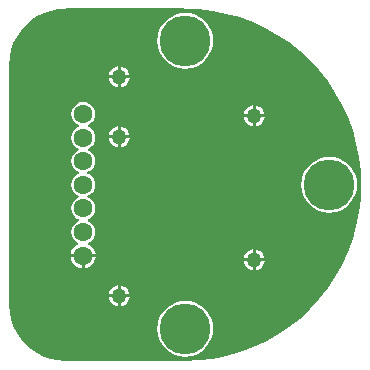
<source format=gbl>
G04 Layer_Physical_Order=2*
G04 Layer_Color=16711680*
%FSAX24Y24*%
%MOIN*%
G70*
G01*
G75*
%ADD14C,0.0630*%
%ADD15C,0.1693*%
%ADD16C,0.0500*%
G36*
X054950Y025879D02*
X055000Y025869D01*
Y025869D01*
X055002Y025871D01*
X055461Y025853D01*
X055918Y025799D01*
X056371Y025709D01*
X056814Y025583D01*
X057247Y025424D01*
X057665Y025231D01*
X058067Y025006D01*
X058451Y024750D01*
X058813Y024464D01*
X059151Y024151D01*
X059464Y023813D01*
X059750Y023451D01*
X060006Y023067D01*
X060231Y022665D01*
X060424Y022247D01*
X060583Y021814D01*
X060709Y021371D01*
X060799Y020918D01*
X060853Y020461D01*
X060871Y020000D01*
X060853Y019539D01*
X060799Y019082D01*
X060709Y018629D01*
X060583Y018186D01*
X060424Y017753D01*
X060231Y017335D01*
X060006Y016933D01*
X059750Y016549D01*
X059464Y016187D01*
X059151Y015849D01*
X058813Y015536D01*
X058451Y015250D01*
X058067Y014994D01*
X057665Y014769D01*
X057247Y014576D01*
X056814Y014417D01*
X056371Y014291D01*
X055918Y014201D01*
X055461Y014147D01*
X055002Y014129D01*
X055000Y014131D01*
Y014131D01*
X054950Y014121D01*
X054949Y014120D01*
X051052D01*
X051050Y014121D01*
X051000Y014131D01*
Y014131D01*
X050998Y014130D01*
X050756Y014146D01*
X050516Y014193D01*
X050284Y014272D01*
X050065Y014380D01*
X049861Y014516D01*
X049678Y014678D01*
X049516Y014861D01*
X049380Y015065D01*
X049272Y015284D01*
X049193Y015516D01*
X049146Y015756D01*
X049130Y015998D01*
X049131Y016000D01*
X049131D01*
X049121Y016050D01*
X049120Y016051D01*
Y023949D01*
X049121Y023950D01*
X049131Y024000D01*
X049131D01*
X049130Y024002D01*
X049146Y024244D01*
X049193Y024484D01*
X049272Y024716D01*
X049380Y024935D01*
X049516Y025139D01*
X049678Y025322D01*
X049861Y025484D01*
X050065Y025620D01*
X050284Y025728D01*
X050516Y025807D01*
X050756Y025854D01*
X050998Y025870D01*
X051000Y025869D01*
Y025869D01*
X051050Y025879D01*
X051052Y025880D01*
X054949D01*
X054950Y025879D01*
D02*
G37*
%LPC*%
G36*
X057250Y017846D02*
X057209Y017841D01*
X057123Y017806D01*
X057050Y017750D01*
X056994Y017677D01*
X056959Y017591D01*
X056954Y017550D01*
X057250D01*
Y017846D01*
D02*
G37*
G36*
X052012Y017585D02*
X051650D01*
Y017223D01*
X051708Y017231D01*
X051809Y017273D01*
X051896Y017339D01*
X051962Y017426D01*
X052004Y017527D01*
X052012Y017585D01*
D02*
G37*
G36*
X051550D02*
X051188D01*
X051196Y017527D01*
X051238Y017426D01*
X051304Y017339D01*
X051391Y017273D01*
X051492Y017231D01*
X051550Y017223D01*
Y017585D01*
D02*
G37*
G36*
X059800Y020930D02*
X059619Y020912D01*
X059444Y020859D01*
X059283Y020773D01*
X059143Y020657D01*
X059027Y020517D01*
X058941Y020356D01*
X058888Y020181D01*
X058870Y020000D01*
X058888Y019819D01*
X058941Y019644D01*
X059027Y019483D01*
X059143Y019343D01*
X059283Y019227D01*
X059444Y019141D01*
X059619Y019088D01*
X059800Y019070D01*
X059981Y019088D01*
X060156Y019141D01*
X060317Y019227D01*
X060457Y019343D01*
X060573Y019483D01*
X060659Y019644D01*
X060712Y019819D01*
X060730Y020000D01*
X060712Y020181D01*
X060659Y020356D01*
X060573Y020517D01*
X060457Y020657D01*
X060317Y020773D01*
X060156Y020859D01*
X059981Y020912D01*
X059800Y020930D01*
D02*
G37*
G36*
X051600Y022757D02*
X051497Y022743D01*
X051401Y022704D01*
X051319Y022640D01*
X051256Y022558D01*
X051216Y022462D01*
X051203Y022360D01*
X051216Y022257D01*
X051256Y022161D01*
X051319Y022079D01*
X051401Y022016D01*
X051456Y021993D01*
Y021939D01*
X051401Y021916D01*
X051319Y021853D01*
X051256Y021771D01*
X051216Y021675D01*
X051203Y021572D01*
X051216Y021469D01*
X051256Y021374D01*
X051319Y021291D01*
X051401Y021228D01*
X051450Y021208D01*
Y021154D01*
X051401Y021134D01*
X051319Y021071D01*
X051256Y020989D01*
X051216Y020893D01*
X051203Y020790D01*
X051216Y020687D01*
X051256Y020591D01*
X051319Y020509D01*
X051401Y020446D01*
X051459Y020422D01*
Y020368D01*
X051401Y020344D01*
X051319Y020281D01*
X051256Y020199D01*
X051216Y020103D01*
X051203Y020000D01*
X051216Y019897D01*
X051256Y019801D01*
X051319Y019719D01*
X051401Y019656D01*
X051459Y019632D01*
Y019578D01*
X051401Y019554D01*
X051319Y019491D01*
X051256Y019409D01*
X051216Y019313D01*
X051203Y019210D01*
X051216Y019107D01*
X051256Y019011D01*
X051319Y018929D01*
X051401Y018866D01*
X051456Y018843D01*
Y018789D01*
X051401Y018767D01*
X051319Y018703D01*
X051256Y018621D01*
X051216Y018525D01*
X051203Y018423D01*
X051216Y018320D01*
X051256Y018224D01*
X051319Y018142D01*
X051401Y018079D01*
X051428Y018067D01*
Y018013D01*
X051391Y017998D01*
X051304Y017931D01*
X051238Y017844D01*
X051196Y017744D01*
X051188Y017685D01*
X051600D01*
X052012D01*
X052004Y017744D01*
X051962Y017844D01*
X051896Y017931D01*
X051809Y017998D01*
X051772Y018013D01*
Y018067D01*
X051799Y018079D01*
X051881Y018142D01*
X051944Y018224D01*
X051984Y018320D01*
X051997Y018423D01*
X051984Y018525D01*
X051944Y018621D01*
X051881Y018703D01*
X051799Y018767D01*
X051744Y018789D01*
Y018843D01*
X051799Y018866D01*
X051881Y018929D01*
X051944Y019011D01*
X051984Y019107D01*
X051997Y019210D01*
X051984Y019313D01*
X051944Y019409D01*
X051881Y019491D01*
X051799Y019554D01*
X051741Y019578D01*
Y019632D01*
X051799Y019656D01*
X051881Y019719D01*
X051944Y019801D01*
X051984Y019897D01*
X051997Y020000D01*
X051984Y020103D01*
X051944Y020199D01*
X051881Y020281D01*
X051799Y020344D01*
X051741Y020368D01*
Y020422D01*
X051799Y020446D01*
X051881Y020509D01*
X051944Y020591D01*
X051984Y020687D01*
X051997Y020790D01*
X051984Y020893D01*
X051944Y020989D01*
X051881Y021071D01*
X051799Y021134D01*
X051750Y021154D01*
Y021208D01*
X051799Y021228D01*
X051881Y021291D01*
X051944Y021374D01*
X051984Y021469D01*
X051997Y021572D01*
X051984Y021675D01*
X051944Y021771D01*
X051881Y021853D01*
X051799Y021916D01*
X051744Y021939D01*
Y021993D01*
X051799Y022016D01*
X051881Y022079D01*
X051944Y022161D01*
X051984Y022257D01*
X051997Y022360D01*
X051984Y022462D01*
X051944Y022558D01*
X051881Y022640D01*
X051799Y022704D01*
X051703Y022743D01*
X051600Y022757D01*
D02*
G37*
G36*
X057350Y017846D02*
Y017550D01*
X057646D01*
X057641Y017591D01*
X057606Y017677D01*
X057550Y017750D01*
X057477Y017806D01*
X057391Y017841D01*
X057350Y017846D01*
D02*
G37*
G36*
X057646Y017450D02*
X057350D01*
Y017154D01*
X057391Y017159D01*
X057477Y017194D01*
X057550Y017250D01*
X057606Y017323D01*
X057641Y017409D01*
X057646Y017450D01*
D02*
G37*
G36*
X053146Y016250D02*
X052850D01*
Y015954D01*
X052891Y015959D01*
X052977Y015994D01*
X053050Y016050D01*
X053106Y016123D01*
X053141Y016209D01*
X053146Y016250D01*
D02*
G37*
G36*
X052750D02*
X052454D01*
X052459Y016209D01*
X052494Y016123D01*
X052550Y016050D01*
X052623Y015994D01*
X052709Y015959D01*
X052750Y015954D01*
Y016250D01*
D02*
G37*
G36*
X055000Y016130D02*
X054819Y016112D01*
X054644Y016059D01*
X054483Y015973D01*
X054343Y015857D01*
X054227Y015717D01*
X054141Y015556D01*
X054088Y015381D01*
X054070Y015200D01*
X054088Y015019D01*
X054141Y014844D01*
X054227Y014684D01*
X054343Y014543D01*
X054483Y014427D01*
X054644Y014341D01*
X054819Y014288D01*
X055000Y014270D01*
X055181Y014288D01*
X055356Y014341D01*
X055517Y014427D01*
X055657Y014543D01*
X055773Y014684D01*
X055859Y014844D01*
X055912Y015019D01*
X055930Y015200D01*
X055912Y015381D01*
X055859Y015556D01*
X055773Y015717D01*
X055657Y015857D01*
X055517Y015973D01*
X055356Y016059D01*
X055181Y016112D01*
X055000Y016130D01*
D02*
G37*
G36*
X057250Y017450D02*
X056954D01*
X056959Y017409D01*
X056994Y017323D01*
X057050Y017250D01*
X057123Y017194D01*
X057209Y017159D01*
X057250Y017154D01*
Y017450D01*
D02*
G37*
G36*
X052850Y016646D02*
Y016350D01*
X053146D01*
X053141Y016391D01*
X053106Y016477D01*
X053050Y016550D01*
X052977Y016606D01*
X052891Y016641D01*
X052850Y016646D01*
D02*
G37*
G36*
X052750D02*
X052709Y016641D01*
X052623Y016606D01*
X052550Y016550D01*
X052494Y016477D01*
X052459Y016391D01*
X052454Y016350D01*
X052750D01*
Y016646D01*
D02*
G37*
G36*
X053146Y023550D02*
X052850D01*
Y023254D01*
X052891Y023259D01*
X052977Y023294D01*
X053050Y023350D01*
X053106Y023423D01*
X053141Y023509D01*
X053146Y023550D01*
D02*
G37*
G36*
X052750D02*
X052454D01*
X052459Y023509D01*
X052494Y023423D01*
X052550Y023350D01*
X052623Y023294D01*
X052709Y023259D01*
X052750Y023254D01*
Y023550D01*
D02*
G37*
G36*
X057350Y022646D02*
Y022350D01*
X057646D01*
X057641Y022391D01*
X057606Y022477D01*
X057550Y022550D01*
X057477Y022606D01*
X057391Y022641D01*
X057350Y022646D01*
D02*
G37*
G36*
X055000Y025730D02*
X054819Y025712D01*
X054644Y025659D01*
X054483Y025573D01*
X054343Y025457D01*
X054227Y025317D01*
X054141Y025156D01*
X054088Y024981D01*
X054070Y024800D01*
X054088Y024619D01*
X054141Y024444D01*
X054227Y024283D01*
X054343Y024143D01*
X054483Y024027D01*
X054644Y023941D01*
X054819Y023888D01*
X055000Y023870D01*
X055181Y023888D01*
X055356Y023941D01*
X055517Y024027D01*
X055657Y024143D01*
X055773Y024283D01*
X055859Y024444D01*
X055912Y024619D01*
X055930Y024800D01*
X055912Y024981D01*
X055859Y025156D01*
X055773Y025317D01*
X055657Y025457D01*
X055517Y025573D01*
X055356Y025659D01*
X055181Y025712D01*
X055000Y025730D01*
D02*
G37*
G36*
X052850Y023946D02*
Y023650D01*
X053146D01*
X053141Y023691D01*
X053106Y023777D01*
X053050Y023850D01*
X052977Y023906D01*
X052891Y023941D01*
X052850Y023946D01*
D02*
G37*
G36*
X052750D02*
X052709Y023941D01*
X052623Y023906D01*
X052550Y023850D01*
X052494Y023777D01*
X052459Y023691D01*
X052454Y023650D01*
X052750D01*
Y023946D01*
D02*
G37*
G36*
X057250Y022646D02*
X057209Y022641D01*
X057123Y022606D01*
X057050Y022550D01*
X056994Y022477D01*
X056959Y022391D01*
X056954Y022350D01*
X057250D01*
Y022646D01*
D02*
G37*
G36*
X052750Y021946D02*
X052709Y021941D01*
X052623Y021906D01*
X052550Y021850D01*
X052494Y021777D01*
X052459Y021691D01*
X052454Y021650D01*
X052750D01*
Y021946D01*
D02*
G37*
G36*
X053146Y021550D02*
X052850D01*
Y021254D01*
X052891Y021259D01*
X052977Y021294D01*
X053050Y021350D01*
X053106Y021423D01*
X053141Y021509D01*
X053146Y021550D01*
D02*
G37*
G36*
X052750D02*
X052454D01*
X052459Y021509D01*
X052494Y021423D01*
X052550Y021350D01*
X052623Y021294D01*
X052709Y021259D01*
X052750Y021254D01*
Y021550D01*
D02*
G37*
G36*
X057646Y022250D02*
X057350D01*
Y021954D01*
X057391Y021959D01*
X057477Y021994D01*
X057550Y022050D01*
X057606Y022123D01*
X057641Y022209D01*
X057646Y022250D01*
D02*
G37*
G36*
X057250D02*
X056954D01*
X056959Y022209D01*
X056994Y022123D01*
X057050Y022050D01*
X057123Y021994D01*
X057209Y021959D01*
X057250Y021954D01*
Y022250D01*
D02*
G37*
G36*
X052850Y021946D02*
Y021650D01*
X053146D01*
X053141Y021691D01*
X053106Y021777D01*
X053050Y021850D01*
X052977Y021906D01*
X052891Y021941D01*
X052850Y021946D01*
D02*
G37*
%LPD*%
D14*
X051600Y020790D02*
D03*
Y020000D02*
D03*
Y019210D02*
D03*
Y018423D02*
D03*
Y017635D02*
D03*
Y021572D02*
D03*
Y022360D02*
D03*
D15*
X055000Y015200D02*
D03*
X059800Y020000D02*
D03*
X055000Y024800D02*
D03*
D16*
X052800Y023600D02*
D03*
X057300Y022300D02*
D03*
Y017500D02*
D03*
X052800Y016300D02*
D03*
Y021600D02*
D03*
M02*

</source>
